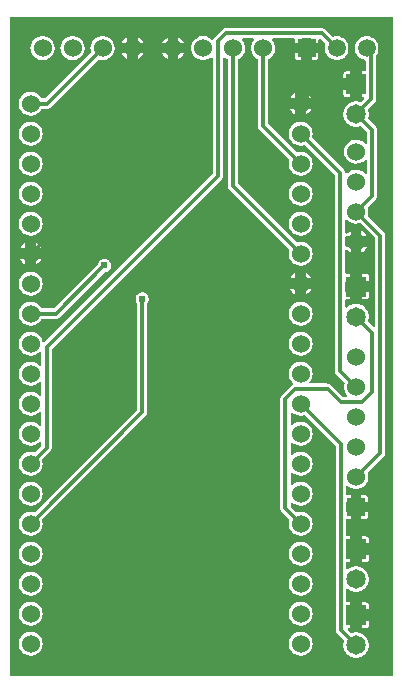
<source format=gtl>
G04 Layer: TopLayer*
G04 EasyEDA v6.5.22, 2023-01-05 13:27:54*
G04 3fff428916324e5da58f8526390e409d,db865e68f4bc4fd99aa1dd1697a786d6,10*
G04 Gerber Generator version 0.2*
G04 Scale: 100 percent, Rotated: No, Reflected: No *
G04 Dimensions in millimeters *
G04 leading zeros omitted , absolute positions ,4 integer and 5 decimal *
%FSLAX45Y45*%
%MOMM*%

%ADD10C,0.3500*%
%ADD11C,1.5240*%
%ADD12R,1.5000X1.5000*%
%ADD13C,1.5000*%
%ADD14R,1.6510X1.6510*%
%ADD15C,1.6510*%
%ADD16R,1.5240X1.5240*%
%ADD17C,0.6100*%
%ADD18C,0.0153*%

%LPD*%
G36*
X582168Y1283208D02*
G01*
X578256Y1283970D01*
X575005Y1286205D01*
X572770Y1289456D01*
X572008Y1293368D01*
X572008Y6860031D01*
X572770Y6863943D01*
X575005Y6867194D01*
X578256Y6869430D01*
X582168Y6870192D01*
X3812032Y6870192D01*
X3815892Y6869430D01*
X3819194Y6867194D01*
X3821429Y6863943D01*
X3822192Y6860031D01*
X3822192Y1293368D01*
X3821429Y1289456D01*
X3819194Y1286205D01*
X3815892Y1283970D01*
X3812032Y1283208D01*
G37*

%LPC*%
G36*
X3505200Y1440942D02*
G01*
X3519373Y1441907D01*
X3533241Y1444650D01*
X3546703Y1449222D01*
X3559403Y1455470D01*
X3571189Y1463395D01*
X3581857Y1472742D01*
X3591204Y1483410D01*
X3599129Y1495196D01*
X3605377Y1507896D01*
X3609949Y1521358D01*
X3612692Y1535226D01*
X3613658Y1549400D01*
X3612692Y1563573D01*
X3609949Y1577441D01*
X3605377Y1590903D01*
X3599129Y1603603D01*
X3591204Y1615389D01*
X3581857Y1626057D01*
X3571189Y1635404D01*
X3559403Y1643329D01*
X3546703Y1649577D01*
X3533241Y1654149D01*
X3519373Y1656892D01*
X3505200Y1657857D01*
X3491026Y1656892D01*
X3477158Y1654149D01*
X3471722Y1652320D01*
X3468014Y1651762D01*
X3464356Y1652625D01*
X3461258Y1654759D01*
X3438398Y1677619D01*
X3436213Y1680870D01*
X3435400Y1684782D01*
X3436213Y1688693D01*
X3438398Y1691944D01*
X3441700Y1694180D01*
X3445560Y1694942D01*
X3457600Y1694942D01*
X3457600Y1755749D01*
X3430015Y1755749D01*
X3426104Y1756562D01*
X3422853Y1758746D01*
X3420618Y1762048D01*
X3419856Y1765909D01*
X3419856Y1840839D01*
X3420618Y1844751D01*
X3422853Y1848053D01*
X3426104Y1850237D01*
X3430015Y1850999D01*
X3457600Y1850999D01*
X3457600Y1911857D01*
X3430015Y1911857D01*
X3426104Y1912620D01*
X3422853Y1914855D01*
X3420618Y1918106D01*
X3419856Y1922018D01*
X3419856Y2016709D01*
X3420567Y2020468D01*
X3422700Y2023719D01*
X3425799Y2025954D01*
X3429558Y2026869D01*
X3433368Y2026310D01*
X3436721Y2024329D01*
X3439210Y2022195D01*
X3450996Y2014270D01*
X3463696Y2008022D01*
X3477158Y2003450D01*
X3491026Y2000707D01*
X3505200Y1999742D01*
X3519373Y2000707D01*
X3533241Y2003450D01*
X3546703Y2008022D01*
X3559403Y2014270D01*
X3571189Y2022195D01*
X3581857Y2031542D01*
X3591204Y2042210D01*
X3599129Y2053996D01*
X3605377Y2066696D01*
X3609949Y2080158D01*
X3612692Y2094026D01*
X3613658Y2108200D01*
X3612692Y2122373D01*
X3609949Y2136241D01*
X3605377Y2149703D01*
X3599129Y2162403D01*
X3591204Y2174189D01*
X3581857Y2184857D01*
X3571189Y2194204D01*
X3559403Y2202129D01*
X3546703Y2208377D01*
X3533241Y2212949D01*
X3519373Y2215692D01*
X3505200Y2216658D01*
X3491026Y2215692D01*
X3477158Y2212949D01*
X3463696Y2208377D01*
X3450996Y2202129D01*
X3439210Y2194204D01*
X3436721Y2192070D01*
X3433368Y2190089D01*
X3429558Y2189530D01*
X3425799Y2190445D01*
X3422700Y2192680D01*
X3420567Y2195931D01*
X3419856Y2199690D01*
X3419856Y2243582D01*
X3420618Y2247493D01*
X3422853Y2250744D01*
X3426104Y2252980D01*
X3430015Y2253742D01*
X3457600Y2253742D01*
X3457600Y2314549D01*
X3430015Y2314549D01*
X3426104Y2315362D01*
X3422853Y2317546D01*
X3420618Y2320848D01*
X3419856Y2324709D01*
X3419856Y2399639D01*
X3420618Y2403551D01*
X3422853Y2406853D01*
X3426104Y2409037D01*
X3430015Y2409799D01*
X3457600Y2409799D01*
X3457600Y2470658D01*
X3430015Y2470658D01*
X3426104Y2471420D01*
X3422853Y2473655D01*
X3420618Y2476906D01*
X3419856Y2480818D01*
X3419856Y2605532D01*
X3420618Y2609443D01*
X3422853Y2612694D01*
X3426104Y2614930D01*
X3430015Y2615692D01*
X3460750Y2615692D01*
X3460750Y2673350D01*
X3430015Y2673350D01*
X3426104Y2674112D01*
X3422853Y2676347D01*
X3420618Y2679598D01*
X3419856Y2683510D01*
X3419856Y2752090D01*
X3420618Y2756001D01*
X3422853Y2759252D01*
X3426104Y2761488D01*
X3430015Y2762250D01*
X3460750Y2762250D01*
X3460750Y2819908D01*
X3430015Y2819908D01*
X3426104Y2820670D01*
X3422853Y2822905D01*
X3420618Y2826156D01*
X3419856Y2830068D01*
X3419856Y2888437D01*
X3420872Y2892856D01*
X3423665Y2896362D01*
X3427729Y2898343D01*
X3432251Y2898343D01*
X3436315Y2896412D01*
X3447440Y2887624D01*
X3459175Y2880664D01*
X3471722Y2875381D01*
X3484879Y2871774D01*
X3498392Y2869946D01*
X3512007Y2869946D01*
X3525520Y2871774D01*
X3538677Y2875381D01*
X3551224Y2880664D01*
X3562959Y2887624D01*
X3573678Y2896108D01*
X3583178Y2905912D01*
X3591255Y2916885D01*
X3597808Y2928823D01*
X3602685Y2941574D01*
X3605885Y2954832D01*
X3607206Y2968396D01*
X3606749Y2982010D01*
X3604514Y2995472D01*
X3602939Y3000502D01*
X3602532Y3004108D01*
X3603396Y3007664D01*
X3605479Y3010662D01*
X3742994Y3148228D01*
X3748024Y3154934D01*
X3751579Y3162096D01*
X3753764Y3169767D01*
X3754577Y3178200D01*
X3754526Y5015433D01*
X3753358Y5023662D01*
X3750818Y5031282D01*
X3746906Y5038242D01*
X3741521Y5044795D01*
X3605479Y5180838D01*
X3603447Y5183733D01*
X3602532Y5187137D01*
X3602837Y5190693D01*
X3605225Y5199380D01*
X3607054Y5212892D01*
X3607054Y5226507D01*
X3605225Y5240020D01*
X3602837Y5248706D01*
X3602532Y5252262D01*
X3603447Y5255666D01*
X3605479Y5258562D01*
X3672128Y5325313D01*
X3677158Y5331968D01*
X3680764Y5339130D01*
X3682949Y5346852D01*
X3683711Y5355285D01*
X3683660Y5911748D01*
X3682492Y5920028D01*
X3679951Y5927598D01*
X3676091Y5934608D01*
X3670655Y5941110D01*
X3610559Y6001258D01*
X3608425Y6004356D01*
X3607562Y6008014D01*
X3608120Y6011722D01*
X3609949Y6017158D01*
X3612692Y6031026D01*
X3613658Y6045200D01*
X3612692Y6059373D01*
X3609949Y6073241D01*
X3608120Y6078677D01*
X3607562Y6082385D01*
X3608425Y6086043D01*
X3610559Y6089142D01*
X3662273Y6140958D01*
X3667302Y6147612D01*
X3670909Y6154775D01*
X3673094Y6162497D01*
X3673856Y6170930D01*
X3673856Y6539179D01*
X3674313Y6542176D01*
X3675634Y6544919D01*
X3680917Y6552590D01*
X3686962Y6564630D01*
X3691382Y6577330D01*
X3694074Y6590538D01*
X3694988Y6604000D01*
X3694074Y6617462D01*
X3691382Y6630670D01*
X3686962Y6643370D01*
X3680917Y6655409D01*
X3673297Y6666534D01*
X3664254Y6676542D01*
X3653942Y6685229D01*
X3642563Y6692493D01*
X3630371Y6698132D01*
X3617468Y6702145D01*
X3604209Y6704380D01*
X3590747Y6704838D01*
X3577336Y6703466D01*
X3564229Y6700367D01*
X3551631Y6695490D01*
X3539794Y6689039D01*
X3528974Y6681063D01*
X3519271Y6671665D01*
X3510940Y6661099D01*
X3504082Y6649516D01*
X3498799Y6637070D01*
X3495243Y6624116D01*
X3493465Y6610756D01*
X3493465Y6597243D01*
X3495243Y6583883D01*
X3498799Y6570929D01*
X3504082Y6558483D01*
X3510940Y6546900D01*
X3519271Y6536334D01*
X3528974Y6526936D01*
X3539794Y6518960D01*
X3551631Y6512509D01*
X3564229Y6507632D01*
X3577894Y6504482D01*
X3581450Y6503416D01*
X3584397Y6501180D01*
X3586378Y6497980D01*
X3587038Y6494373D01*
X3587038Y6417818D01*
X3586276Y6413906D01*
X3584041Y6410655D01*
X3580790Y6408420D01*
X3576878Y6407658D01*
X3552850Y6407658D01*
X3552850Y6346799D01*
X3576878Y6346799D01*
X3580790Y6346037D01*
X3584041Y6343853D01*
X3586276Y6340551D01*
X3587038Y6336639D01*
X3587038Y6261709D01*
X3586276Y6257848D01*
X3584041Y6254546D01*
X3580790Y6252362D01*
X3576878Y6251549D01*
X3552850Y6251549D01*
X3552850Y6190742D01*
X3564839Y6190742D01*
X3568700Y6189980D01*
X3572001Y6187744D01*
X3574186Y6184493D01*
X3574999Y6180582D01*
X3574186Y6176670D01*
X3572001Y6173419D01*
X3549142Y6150559D01*
X3546043Y6148425D01*
X3542385Y6147562D01*
X3538677Y6148120D01*
X3533241Y6149949D01*
X3519373Y6152692D01*
X3505200Y6153658D01*
X3491026Y6152692D01*
X3477158Y6149949D01*
X3463696Y6145377D01*
X3450996Y6139129D01*
X3439210Y6131204D01*
X3428542Y6121857D01*
X3419195Y6111189D01*
X3411270Y6099403D01*
X3405022Y6086703D01*
X3400450Y6073241D01*
X3397707Y6059373D01*
X3396742Y6045200D01*
X3397707Y6031026D01*
X3400450Y6017158D01*
X3405022Y6003696D01*
X3411270Y5990996D01*
X3419195Y5979210D01*
X3428542Y5968542D01*
X3439210Y5959195D01*
X3450996Y5951270D01*
X3463696Y5945022D01*
X3477158Y5940450D01*
X3491026Y5937707D01*
X3505200Y5936742D01*
X3519373Y5937707D01*
X3533241Y5940450D01*
X3538677Y5942279D01*
X3542385Y5942838D01*
X3546043Y5941974D01*
X3549142Y5939840D01*
X3593896Y5895086D01*
X3596132Y5891784D01*
X3596894Y5887923D01*
X3596894Y5804662D01*
X3596132Y5800801D01*
X3593947Y5797550D01*
X3590696Y5795314D01*
X3586835Y5794502D01*
X3582974Y5795264D01*
X3579672Y5797397D01*
X3571087Y5805678D01*
X3560114Y5813755D01*
X3548176Y5820308D01*
X3535426Y5825185D01*
X3522167Y5828385D01*
X3508603Y5829706D01*
X3494989Y5829249D01*
X3481527Y5827014D01*
X3468522Y5822950D01*
X3456127Y5817209D01*
X3444646Y5809894D01*
X3434232Y5801106D01*
X3425088Y5790946D01*
X3417366Y5779719D01*
X3411220Y5767578D01*
X3406749Y5754674D01*
X3404006Y5741314D01*
X3403092Y5727700D01*
X3404006Y5714085D01*
X3406749Y5700725D01*
X3411220Y5687822D01*
X3417366Y5675680D01*
X3425088Y5664454D01*
X3434232Y5654294D01*
X3444646Y5645505D01*
X3456127Y5638190D01*
X3468522Y5632450D01*
X3481527Y5628386D01*
X3494989Y5626150D01*
X3508603Y5625693D01*
X3522167Y5627014D01*
X3535426Y5630214D01*
X3548176Y5635091D01*
X3560114Y5641644D01*
X3571087Y5649722D01*
X3579672Y5658002D01*
X3582974Y5660136D01*
X3586835Y5660898D01*
X3590696Y5660085D01*
X3593947Y5657850D01*
X3596132Y5654598D01*
X3596894Y5650738D01*
X3596894Y5550662D01*
X3596132Y5546801D01*
X3593947Y5543550D01*
X3590696Y5541314D01*
X3586835Y5540502D01*
X3582974Y5541264D01*
X3579672Y5543397D01*
X3571087Y5551678D01*
X3560114Y5559755D01*
X3548176Y5566308D01*
X3535426Y5571185D01*
X3522167Y5574385D01*
X3508603Y5575706D01*
X3494989Y5575249D01*
X3481527Y5573014D01*
X3468522Y5568950D01*
X3456127Y5563209D01*
X3444646Y5555894D01*
X3434232Y5547106D01*
X3430828Y5543296D01*
X3427780Y5541010D01*
X3424072Y5539994D01*
X3420313Y5540400D01*
X3416909Y5542178D01*
X3414471Y5545124D01*
X3413201Y5548731D01*
X3412286Y5555234D01*
X3409746Y5562803D01*
X3405886Y5569813D01*
X3400450Y5576316D01*
X3135680Y5841136D01*
X3133547Y5844235D01*
X3132683Y5847943D01*
X3136493Y5866485D01*
X3137408Y5880100D01*
X3136493Y5893714D01*
X3133750Y5907074D01*
X3129280Y5919978D01*
X3123133Y5932119D01*
X3115411Y5943346D01*
X3106267Y5953506D01*
X3095853Y5962294D01*
X3084372Y5969609D01*
X3071977Y5975350D01*
X3058972Y5979414D01*
X3045510Y5981649D01*
X3031896Y5982106D01*
X3018332Y5980785D01*
X3005074Y5977585D01*
X2992323Y5972708D01*
X2980385Y5966155D01*
X2969412Y5958078D01*
X2959608Y5948578D01*
X2951124Y5937859D01*
X2944164Y5926124D01*
X2938881Y5913577D01*
X2935274Y5900420D01*
X2933446Y5886907D01*
X2933446Y5873292D01*
X2935274Y5859780D01*
X2938881Y5846622D01*
X2944164Y5834075D01*
X2951124Y5822340D01*
X2959608Y5811621D01*
X2969412Y5802122D01*
X2980385Y5794044D01*
X2992323Y5787491D01*
X3005074Y5782614D01*
X3018332Y5779414D01*
X3031896Y5778093D01*
X3045510Y5778550D01*
X3058972Y5780786D01*
X3064002Y5782360D01*
X3067608Y5782767D01*
X3071164Y5781903D01*
X3074162Y5779820D01*
X3323691Y5530291D01*
X3325926Y5526989D01*
X3326688Y5523128D01*
X3326739Y3867251D01*
X3327908Y3858971D01*
X3330448Y3851401D01*
X3334308Y3844391D01*
X3339744Y3837889D01*
X3404920Y3772662D01*
X3407003Y3769664D01*
X3407867Y3766108D01*
X3407460Y3762501D01*
X3405886Y3757472D01*
X3403650Y3744010D01*
X3403193Y3730396D01*
X3404514Y3716832D01*
X3407714Y3703574D01*
X3412591Y3690823D01*
X3419144Y3678885D01*
X3427679Y3667455D01*
X3429812Y3664102D01*
X3430524Y3660241D01*
X3429762Y3656380D01*
X3427526Y3653129D01*
X3424224Y3650996D01*
X3420364Y3650183D01*
X3400298Y3650183D01*
X3396386Y3650996D01*
X3393084Y3653180D01*
X3293313Y3752951D01*
X3286607Y3757980D01*
X3279444Y3761536D01*
X3271774Y3763721D01*
X3263341Y3764483D01*
X3119932Y3764483D01*
X3116122Y3765245D01*
X3112871Y3767378D01*
X3110636Y3770528D01*
X3109772Y3774338D01*
X3110382Y3778148D01*
X3112363Y3781501D01*
X3115411Y3784854D01*
X3123133Y3796080D01*
X3129280Y3808222D01*
X3133750Y3821125D01*
X3136493Y3834485D01*
X3137408Y3848100D01*
X3136493Y3861714D01*
X3133750Y3875074D01*
X3129280Y3887978D01*
X3123133Y3900119D01*
X3115411Y3911346D01*
X3106267Y3921506D01*
X3095853Y3930294D01*
X3084372Y3937609D01*
X3071977Y3943350D01*
X3058972Y3947414D01*
X3045510Y3949649D01*
X3031896Y3950106D01*
X3018332Y3948785D01*
X3005074Y3945585D01*
X2992323Y3940708D01*
X2980385Y3934155D01*
X2969412Y3926078D01*
X2959608Y3916578D01*
X2951124Y3905859D01*
X2944164Y3894124D01*
X2938881Y3881577D01*
X2935274Y3868420D01*
X2933446Y3854907D01*
X2933446Y3841292D01*
X2935274Y3827779D01*
X2938881Y3814622D01*
X2944164Y3802075D01*
X2951124Y3790340D01*
X2959608Y3779621D01*
X2967990Y3771493D01*
X2970377Y3767937D01*
X2971088Y3763772D01*
X2970072Y3759657D01*
X2967431Y3756355D01*
X2961538Y3751478D01*
X2875381Y3665220D01*
X2870352Y3658565D01*
X2866796Y3651402D01*
X2864561Y3643680D01*
X2863799Y3635248D01*
X2863850Y2704541D01*
X2865018Y2696260D01*
X2867558Y2688691D01*
X2871419Y2681681D01*
X2876854Y2675178D01*
X2935020Y2616962D01*
X2937052Y2614066D01*
X2937967Y2610662D01*
X2937662Y2607106D01*
X2935274Y2598420D01*
X2933446Y2584907D01*
X2933446Y2571292D01*
X2935274Y2557780D01*
X2938881Y2544622D01*
X2944164Y2532075D01*
X2951124Y2520340D01*
X2959608Y2509621D01*
X2969412Y2500122D01*
X2980385Y2492044D01*
X2992323Y2485491D01*
X3005074Y2480614D01*
X3018332Y2477414D01*
X3031896Y2476093D01*
X3045510Y2476550D01*
X3058972Y2478786D01*
X3071977Y2482850D01*
X3084372Y2488590D01*
X3095853Y2495905D01*
X3106267Y2504694D01*
X3115411Y2514854D01*
X3123133Y2526080D01*
X3129280Y2538222D01*
X3133750Y2551125D01*
X3136493Y2564485D01*
X3137408Y2578100D01*
X3136493Y2591714D01*
X3133750Y2605074D01*
X3129280Y2617978D01*
X3123133Y2630119D01*
X3115411Y2641346D01*
X3106267Y2651506D01*
X3095853Y2660294D01*
X3084372Y2667609D01*
X3071977Y2673350D01*
X3058972Y2677414D01*
X3045510Y2679649D01*
X3031896Y2680106D01*
X3018332Y2678785D01*
X3005836Y2675788D01*
X3002432Y2675585D01*
X2999130Y2676499D01*
X2996285Y2678480D01*
X2953613Y2721203D01*
X2951378Y2724505D01*
X2950616Y2728366D01*
X2950616Y2748330D01*
X2951378Y2752191D01*
X2953562Y2755493D01*
X2956814Y2757678D01*
X2960674Y2758490D01*
X2964535Y2757779D01*
X2967837Y2755646D01*
X2969412Y2754122D01*
X2980385Y2746044D01*
X2992323Y2739491D01*
X3005074Y2734614D01*
X3018332Y2731414D01*
X3031896Y2730093D01*
X3045510Y2730550D01*
X3058972Y2732786D01*
X3071977Y2736850D01*
X3084372Y2742590D01*
X3095853Y2749905D01*
X3106267Y2758694D01*
X3115411Y2768854D01*
X3123133Y2780080D01*
X3129280Y2792222D01*
X3133750Y2805125D01*
X3136493Y2818485D01*
X3137408Y2832100D01*
X3136493Y2845714D01*
X3133750Y2859074D01*
X3129280Y2871978D01*
X3123133Y2884119D01*
X3115411Y2895346D01*
X3106267Y2905506D01*
X3095853Y2914294D01*
X3084372Y2921609D01*
X3071977Y2927350D01*
X3058972Y2931414D01*
X3045510Y2933649D01*
X3031896Y2934106D01*
X3018332Y2932785D01*
X3005074Y2929585D01*
X2992323Y2924708D01*
X2980385Y2918155D01*
X2969412Y2910078D01*
X2967837Y2908554D01*
X2964535Y2906420D01*
X2960674Y2905709D01*
X2956814Y2906522D01*
X2953562Y2908706D01*
X2951378Y2912008D01*
X2950616Y2915869D01*
X2950616Y3002330D01*
X2951378Y3006191D01*
X2953562Y3009493D01*
X2956814Y3011678D01*
X2960674Y3012490D01*
X2964535Y3011779D01*
X2967837Y3009646D01*
X2969412Y3008122D01*
X2980385Y3000044D01*
X2992323Y2993491D01*
X3005074Y2988614D01*
X3018332Y2985414D01*
X3031896Y2984093D01*
X3045510Y2984550D01*
X3058972Y2986786D01*
X3071977Y2990850D01*
X3084372Y2996590D01*
X3095853Y3003905D01*
X3106267Y3012694D01*
X3115411Y3022854D01*
X3123133Y3034080D01*
X3129280Y3046222D01*
X3133750Y3059125D01*
X3136493Y3072485D01*
X3137408Y3086100D01*
X3136493Y3099714D01*
X3133750Y3113074D01*
X3129280Y3125978D01*
X3123133Y3138119D01*
X3115411Y3149346D01*
X3106267Y3159506D01*
X3095853Y3168294D01*
X3084372Y3175609D01*
X3071977Y3181350D01*
X3058972Y3185414D01*
X3045510Y3187649D01*
X3031896Y3188106D01*
X3018332Y3186785D01*
X3005074Y3183585D01*
X2992323Y3178708D01*
X2980385Y3172155D01*
X2969412Y3164078D01*
X2967837Y3162554D01*
X2964535Y3160420D01*
X2960674Y3159709D01*
X2956814Y3160522D01*
X2953562Y3162706D01*
X2951378Y3166008D01*
X2950616Y3169869D01*
X2950616Y3256330D01*
X2951378Y3260191D01*
X2953562Y3263493D01*
X2956814Y3265678D01*
X2960674Y3266490D01*
X2964535Y3265779D01*
X2967837Y3263646D01*
X2969412Y3262122D01*
X2980385Y3254044D01*
X2992323Y3247491D01*
X3005074Y3242614D01*
X3018332Y3239414D01*
X3031896Y3238093D01*
X3045510Y3238550D01*
X3058972Y3240786D01*
X3071977Y3244850D01*
X3084372Y3250590D01*
X3095853Y3257905D01*
X3106267Y3266694D01*
X3115411Y3276854D01*
X3123133Y3288080D01*
X3129280Y3300222D01*
X3133750Y3313125D01*
X3136493Y3326485D01*
X3137408Y3340100D01*
X3136493Y3353714D01*
X3133750Y3367074D01*
X3129280Y3379978D01*
X3123133Y3392119D01*
X3115411Y3403346D01*
X3106267Y3413506D01*
X3095853Y3422294D01*
X3084372Y3429609D01*
X3071977Y3435350D01*
X3058972Y3439414D01*
X3045510Y3441649D01*
X3031896Y3442106D01*
X3018332Y3440785D01*
X3005074Y3437585D01*
X2992323Y3432708D01*
X2980385Y3426155D01*
X2969412Y3418078D01*
X2967837Y3416554D01*
X2964535Y3414420D01*
X2960674Y3413709D01*
X2956814Y3414522D01*
X2953562Y3416706D01*
X2951378Y3420008D01*
X2950616Y3423869D01*
X2950616Y3510330D01*
X2951378Y3514191D01*
X2953562Y3517493D01*
X2956814Y3519678D01*
X2960674Y3520490D01*
X2964535Y3519779D01*
X2967837Y3517646D01*
X2969412Y3516122D01*
X2980385Y3508044D01*
X2992323Y3501491D01*
X3005074Y3496614D01*
X3018332Y3493414D01*
X3031896Y3492093D01*
X3045510Y3492550D01*
X3058972Y3494786D01*
X3064002Y3496360D01*
X3067608Y3496767D01*
X3071164Y3495903D01*
X3074162Y3493820D01*
X3330041Y3237941D01*
X3332276Y3234639D01*
X3333038Y3230778D01*
X3333089Y1676501D01*
X3334258Y1668221D01*
X3336798Y1660652D01*
X3340658Y1653641D01*
X3346094Y1647139D01*
X3399840Y1593342D01*
X3401974Y1590243D01*
X3402837Y1586585D01*
X3402279Y1582877D01*
X3400450Y1577441D01*
X3397707Y1563573D01*
X3396742Y1549400D01*
X3397707Y1535226D01*
X3400450Y1521358D01*
X3405022Y1507896D01*
X3411270Y1495196D01*
X3419195Y1483410D01*
X3428542Y1472742D01*
X3439210Y1463395D01*
X3450996Y1455470D01*
X3463696Y1449222D01*
X3477158Y1444650D01*
X3491026Y1441907D01*
G37*
G36*
X745896Y1460093D02*
G01*
X759510Y1460550D01*
X772972Y1462786D01*
X785977Y1466850D01*
X798372Y1472590D01*
X809853Y1479905D01*
X820267Y1488694D01*
X829411Y1498854D01*
X837133Y1510080D01*
X843280Y1522222D01*
X847750Y1535125D01*
X850493Y1548485D01*
X851408Y1562100D01*
X850493Y1575714D01*
X847750Y1589074D01*
X843280Y1601978D01*
X837133Y1614119D01*
X829411Y1625346D01*
X820267Y1635506D01*
X809853Y1644294D01*
X798372Y1651609D01*
X785977Y1657350D01*
X772972Y1661414D01*
X759510Y1663649D01*
X745896Y1664106D01*
X732332Y1662785D01*
X719074Y1659585D01*
X706323Y1654708D01*
X694385Y1648155D01*
X683412Y1640078D01*
X673608Y1630578D01*
X665124Y1619859D01*
X658164Y1608124D01*
X652881Y1595577D01*
X649274Y1582420D01*
X647446Y1568907D01*
X647446Y1555292D01*
X649274Y1541780D01*
X652881Y1528622D01*
X658164Y1516075D01*
X665124Y1504340D01*
X673608Y1493621D01*
X683412Y1484122D01*
X694385Y1476044D01*
X706323Y1469491D01*
X719074Y1464614D01*
X732332Y1461414D01*
G37*
G36*
X3031896Y1460093D02*
G01*
X3045510Y1460550D01*
X3058972Y1462786D01*
X3071977Y1466850D01*
X3084372Y1472590D01*
X3095853Y1479905D01*
X3106267Y1488694D01*
X3115411Y1498854D01*
X3123133Y1510080D01*
X3129280Y1522222D01*
X3133750Y1535125D01*
X3136493Y1548485D01*
X3137408Y1562100D01*
X3136493Y1575714D01*
X3133750Y1589074D01*
X3129280Y1601978D01*
X3123133Y1614119D01*
X3115411Y1625346D01*
X3106267Y1635506D01*
X3095853Y1644294D01*
X3084372Y1651609D01*
X3071977Y1657350D01*
X3058972Y1661414D01*
X3045510Y1663649D01*
X3031896Y1664106D01*
X3018332Y1662785D01*
X3005074Y1659585D01*
X2992323Y1654708D01*
X2980385Y1648155D01*
X2969412Y1640078D01*
X2959608Y1630578D01*
X2951124Y1619859D01*
X2944164Y1608124D01*
X2938881Y1595577D01*
X2935274Y1582420D01*
X2933446Y1568907D01*
X2933446Y1555292D01*
X2935274Y1541780D01*
X2938881Y1528622D01*
X2944164Y1516075D01*
X2951124Y1504340D01*
X2959608Y1493621D01*
X2969412Y1484122D01*
X2980385Y1476044D01*
X2992323Y1469491D01*
X3005074Y1464614D01*
X3018332Y1461414D01*
G37*
G36*
X3552850Y1694942D02*
G01*
X3587191Y1694942D01*
X3593490Y1695653D01*
X3598976Y1697583D01*
X3603853Y1700631D01*
X3607968Y1704746D01*
X3611016Y1709623D01*
X3612946Y1715109D01*
X3613658Y1721408D01*
X3613658Y1755749D01*
X3552850Y1755749D01*
G37*
G36*
X745896Y1714093D02*
G01*
X759510Y1714550D01*
X772972Y1716786D01*
X785977Y1720850D01*
X798372Y1726590D01*
X809853Y1733905D01*
X820267Y1742693D01*
X829411Y1752854D01*
X837133Y1764080D01*
X843280Y1776222D01*
X847750Y1789125D01*
X850493Y1802485D01*
X851408Y1816100D01*
X850493Y1829714D01*
X847750Y1843074D01*
X843280Y1855978D01*
X837133Y1868119D01*
X829411Y1879346D01*
X820267Y1889506D01*
X809853Y1898294D01*
X798372Y1905609D01*
X785977Y1911350D01*
X772972Y1915414D01*
X759510Y1917649D01*
X745896Y1918106D01*
X732332Y1916785D01*
X719074Y1913585D01*
X706323Y1908708D01*
X694385Y1902155D01*
X683412Y1894078D01*
X673608Y1884578D01*
X665124Y1873859D01*
X658164Y1862124D01*
X652881Y1849577D01*
X649274Y1836420D01*
X647446Y1822907D01*
X647446Y1809292D01*
X649274Y1795780D01*
X652881Y1782622D01*
X658164Y1770075D01*
X665124Y1758340D01*
X673608Y1747621D01*
X683412Y1738122D01*
X694385Y1730044D01*
X706323Y1723491D01*
X719074Y1718614D01*
X732332Y1715414D01*
G37*
G36*
X3031896Y1714093D02*
G01*
X3045510Y1714550D01*
X3058972Y1716786D01*
X3071977Y1720850D01*
X3084372Y1726590D01*
X3095853Y1733905D01*
X3106267Y1742693D01*
X3115411Y1752854D01*
X3123133Y1764080D01*
X3129280Y1776222D01*
X3133750Y1789125D01*
X3136493Y1802485D01*
X3137408Y1816100D01*
X3136493Y1829714D01*
X3133750Y1843074D01*
X3129280Y1855978D01*
X3123133Y1868119D01*
X3115411Y1879346D01*
X3106267Y1889506D01*
X3095853Y1898294D01*
X3084372Y1905609D01*
X3071977Y1911350D01*
X3058972Y1915414D01*
X3045510Y1917649D01*
X3031896Y1918106D01*
X3018332Y1916785D01*
X3005074Y1913585D01*
X2992323Y1908708D01*
X2980385Y1902155D01*
X2969412Y1894078D01*
X2959608Y1884578D01*
X2951124Y1873859D01*
X2944164Y1862124D01*
X2938881Y1849577D01*
X2935274Y1836420D01*
X2933446Y1822907D01*
X2933446Y1809292D01*
X2935274Y1795780D01*
X2938881Y1782622D01*
X2944164Y1770075D01*
X2951124Y1758340D01*
X2959608Y1747621D01*
X2969412Y1738122D01*
X2980385Y1730044D01*
X2992323Y1723491D01*
X3005074Y1718614D01*
X3018332Y1715414D01*
G37*
G36*
X3552850Y1850999D02*
G01*
X3613658Y1850999D01*
X3613658Y1885391D01*
X3612946Y1891690D01*
X3611016Y1897176D01*
X3607968Y1902053D01*
X3603853Y1906168D01*
X3598976Y1909216D01*
X3593490Y1911146D01*
X3587191Y1911857D01*
X3552850Y1911857D01*
G37*
G36*
X745896Y1968093D02*
G01*
X759510Y1968550D01*
X772972Y1970786D01*
X785977Y1974850D01*
X798372Y1980590D01*
X809853Y1987905D01*
X820267Y1996693D01*
X829411Y2006854D01*
X837133Y2018080D01*
X843280Y2030222D01*
X847750Y2043125D01*
X850493Y2056485D01*
X851408Y2070100D01*
X850493Y2083714D01*
X847750Y2097074D01*
X843280Y2109978D01*
X837133Y2122119D01*
X829411Y2133346D01*
X820267Y2143506D01*
X809853Y2152294D01*
X798372Y2159609D01*
X785977Y2165350D01*
X772972Y2169414D01*
X759510Y2171649D01*
X745896Y2172106D01*
X732332Y2170785D01*
X719074Y2167585D01*
X706323Y2162708D01*
X694385Y2156155D01*
X683412Y2148078D01*
X673608Y2138578D01*
X665124Y2127859D01*
X658164Y2116124D01*
X652881Y2103577D01*
X649274Y2090420D01*
X647446Y2076907D01*
X647446Y2063292D01*
X649274Y2049780D01*
X652881Y2036622D01*
X658164Y2024075D01*
X665124Y2012340D01*
X673608Y2001621D01*
X683412Y1992122D01*
X694385Y1984044D01*
X706323Y1977491D01*
X719074Y1972614D01*
X732332Y1969414D01*
G37*
G36*
X3031896Y1968093D02*
G01*
X3045510Y1968550D01*
X3058972Y1970786D01*
X3071977Y1974850D01*
X3084372Y1980590D01*
X3095853Y1987905D01*
X3106267Y1996693D01*
X3115411Y2006854D01*
X3123133Y2018080D01*
X3129280Y2030222D01*
X3133750Y2043125D01*
X3136493Y2056485D01*
X3137408Y2070100D01*
X3136493Y2083714D01*
X3133750Y2097074D01*
X3129280Y2109978D01*
X3123133Y2122119D01*
X3115411Y2133346D01*
X3106267Y2143506D01*
X3095853Y2152294D01*
X3084372Y2159609D01*
X3071977Y2165350D01*
X3058972Y2169414D01*
X3045510Y2171649D01*
X3031896Y2172106D01*
X3018332Y2170785D01*
X3005074Y2167585D01*
X2992323Y2162708D01*
X2980385Y2156155D01*
X2969412Y2148078D01*
X2959608Y2138578D01*
X2951124Y2127859D01*
X2944164Y2116124D01*
X2938881Y2103577D01*
X2935274Y2090420D01*
X2933446Y2076907D01*
X2933446Y2063292D01*
X2935274Y2049780D01*
X2938881Y2036622D01*
X2944164Y2024075D01*
X2951124Y2012340D01*
X2959608Y2001621D01*
X2969412Y1992122D01*
X2980385Y1984044D01*
X2992323Y1977491D01*
X3005074Y1972614D01*
X3018332Y1969414D01*
G37*
G36*
X745896Y2222093D02*
G01*
X759510Y2222550D01*
X772972Y2224786D01*
X785977Y2228850D01*
X798372Y2234590D01*
X809853Y2241905D01*
X820267Y2250694D01*
X829411Y2260854D01*
X837133Y2272080D01*
X843280Y2284222D01*
X847750Y2297125D01*
X850493Y2310485D01*
X851408Y2324100D01*
X850493Y2337714D01*
X847750Y2351074D01*
X843280Y2363978D01*
X837133Y2376119D01*
X829411Y2387346D01*
X820267Y2397506D01*
X809853Y2406294D01*
X798372Y2413609D01*
X785977Y2419350D01*
X772972Y2423414D01*
X759510Y2425649D01*
X745896Y2426106D01*
X732332Y2424785D01*
X719074Y2421585D01*
X706323Y2416708D01*
X694385Y2410155D01*
X683412Y2402078D01*
X673608Y2392578D01*
X665124Y2381859D01*
X658164Y2370124D01*
X652881Y2357577D01*
X649274Y2344420D01*
X647446Y2330907D01*
X647446Y2317292D01*
X649274Y2303780D01*
X652881Y2290622D01*
X658164Y2278075D01*
X665124Y2266340D01*
X673608Y2255621D01*
X683412Y2246122D01*
X694385Y2238044D01*
X706323Y2231491D01*
X719074Y2226614D01*
X732332Y2223414D01*
G37*
G36*
X3031896Y2222093D02*
G01*
X3045510Y2222550D01*
X3058972Y2224786D01*
X3071977Y2228850D01*
X3084372Y2234590D01*
X3095853Y2241905D01*
X3106267Y2250694D01*
X3115411Y2260854D01*
X3123133Y2272080D01*
X3129280Y2284222D01*
X3133750Y2297125D01*
X3136493Y2310485D01*
X3137408Y2324100D01*
X3136493Y2337714D01*
X3133750Y2351074D01*
X3129280Y2363978D01*
X3123133Y2376119D01*
X3115411Y2387346D01*
X3106267Y2397506D01*
X3095853Y2406294D01*
X3084372Y2413609D01*
X3071977Y2419350D01*
X3058972Y2423414D01*
X3045510Y2425649D01*
X3031896Y2426106D01*
X3018332Y2424785D01*
X3005074Y2421585D01*
X2992323Y2416708D01*
X2980385Y2410155D01*
X2969412Y2402078D01*
X2959608Y2392578D01*
X2951124Y2381859D01*
X2944164Y2370124D01*
X2938881Y2357577D01*
X2935274Y2344420D01*
X2933446Y2330907D01*
X2933446Y2317292D01*
X2935274Y2303780D01*
X2938881Y2290622D01*
X2944164Y2278075D01*
X2951124Y2266340D01*
X2959608Y2255621D01*
X2969412Y2246122D01*
X2980385Y2238044D01*
X2992323Y2231491D01*
X3005074Y2226614D01*
X3018332Y2223414D01*
G37*
G36*
X3552850Y2253742D02*
G01*
X3587191Y2253742D01*
X3593490Y2254453D01*
X3598976Y2256383D01*
X3603853Y2259431D01*
X3607968Y2263546D01*
X3611016Y2268423D01*
X3612946Y2273909D01*
X3613658Y2280208D01*
X3613658Y2314549D01*
X3552850Y2314549D01*
G37*
G36*
X3552850Y2409799D02*
G01*
X3613658Y2409799D01*
X3613658Y2444191D01*
X3612946Y2450490D01*
X3611016Y2455976D01*
X3607968Y2460853D01*
X3603853Y2464968D01*
X3598976Y2468016D01*
X3593490Y2469946D01*
X3587191Y2470658D01*
X3552850Y2470658D01*
G37*
G36*
X745896Y2476093D02*
G01*
X759510Y2476550D01*
X772972Y2478786D01*
X785977Y2482850D01*
X798372Y2488590D01*
X809853Y2495905D01*
X820267Y2504694D01*
X829411Y2514854D01*
X837133Y2526080D01*
X843280Y2538222D01*
X847750Y2551125D01*
X850493Y2564485D01*
X851408Y2578100D01*
X850493Y2591714D01*
X846683Y2610256D01*
X847547Y2613964D01*
X849680Y2617063D01*
X1726844Y3494278D01*
X1731873Y3500983D01*
X1735429Y3508146D01*
X1737614Y3515817D01*
X1738426Y3524250D01*
X1738426Y4442002D01*
X1738884Y4445050D01*
X1740255Y4447844D01*
X1743811Y4452924D01*
X1747977Y4461814D01*
X1750517Y4471314D01*
X1751380Y4481118D01*
X1750517Y4490923D01*
X1747977Y4500422D01*
X1743811Y4509312D01*
X1738172Y4517339D01*
X1731213Y4524298D01*
X1723186Y4529937D01*
X1714296Y4534103D01*
X1704797Y4536643D01*
X1694992Y4537506D01*
X1685188Y4536643D01*
X1675688Y4534103D01*
X1666798Y4529937D01*
X1658772Y4524298D01*
X1651812Y4517339D01*
X1646174Y4509312D01*
X1642008Y4500422D01*
X1639468Y4490923D01*
X1638604Y4481118D01*
X1639468Y4471314D01*
X1642008Y4461814D01*
X1646174Y4452924D01*
X1649730Y4447844D01*
X1651101Y4445050D01*
X1651609Y4442002D01*
X1651609Y3545992D01*
X1650796Y3542080D01*
X1648612Y3538778D01*
X788162Y2678379D01*
X785164Y2676296D01*
X781608Y2675432D01*
X778002Y2675839D01*
X772972Y2677414D01*
X759510Y2679649D01*
X745896Y2680106D01*
X732332Y2678785D01*
X719074Y2675585D01*
X706323Y2670708D01*
X694385Y2664155D01*
X683412Y2656078D01*
X673608Y2646578D01*
X665124Y2635859D01*
X658164Y2624124D01*
X652881Y2611577D01*
X649274Y2598420D01*
X647446Y2584907D01*
X647446Y2571292D01*
X649274Y2557780D01*
X652881Y2544622D01*
X658164Y2532075D01*
X665124Y2520340D01*
X673608Y2509621D01*
X683412Y2500122D01*
X694385Y2492044D01*
X706323Y2485491D01*
X719074Y2480614D01*
X732332Y2477414D01*
G37*
G36*
X3549650Y2615692D02*
G01*
X3580841Y2615692D01*
X3587140Y2616403D01*
X3592626Y2618333D01*
X3597503Y2621381D01*
X3601618Y2625496D01*
X3604666Y2630373D01*
X3606596Y2635859D01*
X3607308Y2642158D01*
X3607308Y2673350D01*
X3549650Y2673350D01*
G37*
G36*
X745896Y2730093D02*
G01*
X759510Y2730550D01*
X772972Y2732786D01*
X785977Y2736850D01*
X798372Y2742590D01*
X809853Y2749905D01*
X820267Y2758694D01*
X829411Y2768854D01*
X837133Y2780080D01*
X843280Y2792222D01*
X847750Y2805125D01*
X850493Y2818485D01*
X851408Y2832100D01*
X850493Y2845714D01*
X847750Y2859074D01*
X843280Y2871978D01*
X837133Y2884119D01*
X829411Y2895346D01*
X820267Y2905506D01*
X809853Y2914294D01*
X798372Y2921609D01*
X785977Y2927350D01*
X772972Y2931414D01*
X759510Y2933649D01*
X745896Y2934106D01*
X732332Y2932785D01*
X719074Y2929585D01*
X706323Y2924708D01*
X694385Y2918155D01*
X683412Y2910078D01*
X673608Y2900578D01*
X665124Y2889859D01*
X658164Y2878124D01*
X652881Y2865577D01*
X649274Y2852420D01*
X647446Y2838907D01*
X647446Y2825292D01*
X649274Y2811780D01*
X652881Y2798622D01*
X658164Y2786075D01*
X665124Y2774340D01*
X673608Y2763621D01*
X683412Y2754122D01*
X694385Y2746044D01*
X706323Y2739491D01*
X719074Y2734614D01*
X732332Y2731414D01*
G37*
G36*
X3549650Y2762250D02*
G01*
X3607308Y2762250D01*
X3607308Y2793441D01*
X3606596Y2799740D01*
X3604666Y2805226D01*
X3601618Y2810103D01*
X3597503Y2814218D01*
X3592626Y2817266D01*
X3587140Y2819196D01*
X3580841Y2819908D01*
X3549650Y2819908D01*
G37*
G36*
X745896Y2984093D02*
G01*
X759510Y2984550D01*
X772972Y2986786D01*
X785977Y2990850D01*
X798372Y2996590D01*
X809853Y3003905D01*
X820267Y3012694D01*
X829411Y3022854D01*
X837133Y3034080D01*
X843280Y3046222D01*
X847750Y3059125D01*
X850493Y3072485D01*
X851408Y3086100D01*
X850493Y3099714D01*
X846683Y3118256D01*
X847547Y3121964D01*
X849680Y3125063D01*
X916228Y3191713D01*
X921258Y3198368D01*
X924864Y3205530D01*
X927049Y3213252D01*
X927811Y3221685D01*
X927811Y4050029D01*
X928573Y4053890D01*
X930808Y4057192D01*
X2368651Y5495086D01*
X2373680Y5501792D01*
X2377236Y5508955D01*
X2379421Y5516626D01*
X2380234Y5525058D01*
X2380234Y6519265D01*
X2381199Y6523634D01*
X2384044Y6527190D01*
X2388057Y6529171D01*
X2392578Y6529171D01*
X2396642Y6527241D01*
X2406040Y6519824D01*
X2415387Y6514287D01*
X2418080Y6512001D01*
X2419807Y6508953D01*
X2420416Y6505549D01*
X2420416Y5433923D01*
X2421585Y5425694D01*
X2424125Y5418074D01*
X2428036Y5411114D01*
X2433421Y5404561D01*
X2935020Y4902962D01*
X2937052Y4900066D01*
X2937967Y4896662D01*
X2937662Y4893106D01*
X2935274Y4884420D01*
X2933446Y4870907D01*
X2933446Y4857292D01*
X2935274Y4843780D01*
X2938881Y4830622D01*
X2944164Y4818075D01*
X2951124Y4806340D01*
X2959608Y4795621D01*
X2969412Y4786122D01*
X2980385Y4778044D01*
X2992323Y4771491D01*
X3005074Y4766614D01*
X3018332Y4763414D01*
X3031896Y4762093D01*
X3045510Y4762550D01*
X3058972Y4764786D01*
X3071977Y4768850D01*
X3084372Y4774590D01*
X3095853Y4781905D01*
X3106267Y4790694D01*
X3115411Y4800854D01*
X3123133Y4812080D01*
X3129280Y4824222D01*
X3133750Y4837125D01*
X3136493Y4850485D01*
X3137408Y4864100D01*
X3136493Y4877714D01*
X3133750Y4891074D01*
X3129280Y4903978D01*
X3123133Y4916119D01*
X3115411Y4927346D01*
X3106267Y4937506D01*
X3095853Y4946294D01*
X3084372Y4953609D01*
X3071977Y4959350D01*
X3058972Y4963414D01*
X3045510Y4965649D01*
X3031896Y4966106D01*
X3018332Y4964785D01*
X3005836Y4961788D01*
X3002432Y4961585D01*
X2999130Y4962499D01*
X2996285Y4964480D01*
X2510180Y5450586D01*
X2507996Y5453888D01*
X2507234Y5457799D01*
X2507234Y6505549D01*
X2507792Y6508953D01*
X2509520Y6512001D01*
X2512212Y6514287D01*
X2521559Y6519824D01*
X2532278Y6528307D01*
X2541778Y6538112D01*
X2549855Y6549085D01*
X2556408Y6561023D01*
X2561285Y6573774D01*
X2564485Y6587032D01*
X2565806Y6600596D01*
X2565349Y6614210D01*
X2563114Y6627672D01*
X2559050Y6640677D01*
X2553309Y6653072D01*
X2545994Y6664553D01*
X2541270Y6670141D01*
X2539390Y6673494D01*
X2538882Y6677304D01*
X2539796Y6681012D01*
X2542032Y6684111D01*
X2545232Y6686143D01*
X2548991Y6686854D01*
X2632608Y6686854D01*
X2636367Y6686143D01*
X2639568Y6684111D01*
X2641803Y6681012D01*
X2642717Y6677304D01*
X2642209Y6673494D01*
X2640330Y6670141D01*
X2635605Y6664553D01*
X2628290Y6653072D01*
X2622550Y6640677D01*
X2618486Y6627672D01*
X2616250Y6614210D01*
X2615793Y6600596D01*
X2617114Y6587032D01*
X2620314Y6573774D01*
X2625191Y6561023D01*
X2631744Y6549085D01*
X2639822Y6538112D01*
X2649321Y6528307D01*
X2660040Y6519824D01*
X2669387Y6514287D01*
X2672080Y6512001D01*
X2673807Y6508953D01*
X2674416Y6505549D01*
X2674416Y5941923D01*
X2675585Y5933694D01*
X2678125Y5926074D01*
X2682036Y5919114D01*
X2687421Y5912561D01*
X2935020Y5664962D01*
X2937052Y5662066D01*
X2937967Y5658662D01*
X2937662Y5655106D01*
X2935274Y5646420D01*
X2933446Y5632907D01*
X2933446Y5619292D01*
X2935274Y5605780D01*
X2938881Y5592622D01*
X2944164Y5580075D01*
X2951124Y5568340D01*
X2959608Y5557621D01*
X2969412Y5548122D01*
X2980385Y5540044D01*
X2992323Y5533491D01*
X3005074Y5528614D01*
X3018332Y5525414D01*
X3031896Y5524093D01*
X3045510Y5524550D01*
X3058972Y5526786D01*
X3071977Y5530850D01*
X3084372Y5536590D01*
X3095853Y5543905D01*
X3106267Y5552694D01*
X3115411Y5562854D01*
X3123133Y5574080D01*
X3129280Y5586222D01*
X3133750Y5599125D01*
X3136493Y5612485D01*
X3137408Y5626100D01*
X3136493Y5639714D01*
X3133750Y5653074D01*
X3129280Y5665978D01*
X3123133Y5678119D01*
X3115411Y5689346D01*
X3106267Y5699506D01*
X3095853Y5708294D01*
X3084372Y5715609D01*
X3071977Y5721350D01*
X3058972Y5725414D01*
X3045510Y5727649D01*
X3031896Y5728106D01*
X3018332Y5726785D01*
X3005836Y5723788D01*
X3002432Y5723585D01*
X2999130Y5724499D01*
X2996285Y5726480D01*
X2764180Y5958586D01*
X2761996Y5961888D01*
X2761234Y5965799D01*
X2761234Y6505549D01*
X2761792Y6508953D01*
X2763520Y6512001D01*
X2766212Y6514287D01*
X2775559Y6519824D01*
X2786278Y6528307D01*
X2795778Y6538112D01*
X2803855Y6549085D01*
X2810408Y6561023D01*
X2815285Y6573774D01*
X2818485Y6587032D01*
X2819806Y6600596D01*
X2819349Y6614210D01*
X2817114Y6627672D01*
X2813050Y6640677D01*
X2807309Y6653072D01*
X2799994Y6664553D01*
X2795270Y6670141D01*
X2793390Y6673494D01*
X2792882Y6677304D01*
X2793796Y6681012D01*
X2796032Y6684111D01*
X2799232Y6686143D01*
X2802991Y6686854D01*
X2975051Y6686854D01*
X2978912Y6686092D01*
X2982214Y6683908D01*
X2984398Y6680606D01*
X2985211Y6676694D01*
X2985211Y6647840D01*
X3042259Y6647840D01*
X3042259Y6676694D01*
X3043021Y6680606D01*
X3045206Y6683908D01*
X3048508Y6686092D01*
X3052419Y6686854D01*
X3119780Y6686854D01*
X3123692Y6686092D01*
X3126994Y6683908D01*
X3129178Y6680606D01*
X3129940Y6676694D01*
X3129940Y6647840D01*
X3186988Y6647840D01*
X3186988Y6671157D01*
X3187801Y6675069D01*
X3189986Y6678371D01*
X3193288Y6680555D01*
X3197148Y6681317D01*
X3201060Y6680555D01*
X3204362Y6678371D01*
X3240786Y6641896D01*
X3242818Y6639001D01*
X3243732Y6635597D01*
X3243427Y6632041D01*
X3241243Y6624116D01*
X3239465Y6610756D01*
X3239465Y6597243D01*
X3241243Y6583883D01*
X3244799Y6570929D01*
X3250082Y6558483D01*
X3256940Y6546900D01*
X3265271Y6536334D01*
X3274974Y6526936D01*
X3285794Y6518960D01*
X3297631Y6512509D01*
X3310229Y6507632D01*
X3323336Y6504533D01*
X3336747Y6503162D01*
X3350209Y6503619D01*
X3363468Y6505854D01*
X3376371Y6509867D01*
X3388563Y6515506D01*
X3399942Y6522770D01*
X3410254Y6531457D01*
X3419297Y6541465D01*
X3426917Y6552590D01*
X3432962Y6564630D01*
X3437382Y6577330D01*
X3440074Y6590538D01*
X3440988Y6604000D01*
X3440074Y6617462D01*
X3437382Y6630670D01*
X3432962Y6643370D01*
X3426917Y6655409D01*
X3419297Y6666534D01*
X3410254Y6676542D01*
X3399942Y6685229D01*
X3388563Y6692493D01*
X3376371Y6698132D01*
X3363468Y6702145D01*
X3350209Y6704380D01*
X3336747Y6704838D01*
X3323336Y6703466D01*
X3311651Y6700672D01*
X3308197Y6700469D01*
X3304895Y6701434D01*
X3302101Y6703415D01*
X3243326Y6762140D01*
X3236620Y6767169D01*
X3229457Y6770725D01*
X3221786Y6772909D01*
X3213354Y6773672D01*
X2404922Y6773672D01*
X2396642Y6772503D01*
X2389073Y6769963D01*
X2382062Y6766052D01*
X2375560Y6760667D01*
X2304948Y6690004D01*
X2299919Y6683349D01*
X2297836Y6679133D01*
X2295601Y6676136D01*
X2292400Y6674154D01*
X2288743Y6673494D01*
X2285085Y6674154D01*
X2281936Y6676136D01*
X2273046Y6684111D01*
X2261819Y6691833D01*
X2249678Y6697980D01*
X2236774Y6702450D01*
X2223414Y6705193D01*
X2209800Y6706108D01*
X2196185Y6705193D01*
X2182825Y6702450D01*
X2169922Y6697980D01*
X2157780Y6691833D01*
X2146554Y6684111D01*
X2136394Y6674967D01*
X2127605Y6664553D01*
X2120290Y6653072D01*
X2114550Y6640677D01*
X2110486Y6627672D01*
X2108250Y6614210D01*
X2107793Y6600596D01*
X2109114Y6587032D01*
X2112314Y6573774D01*
X2117191Y6561023D01*
X2123744Y6549085D01*
X2131822Y6538112D01*
X2141321Y6528307D01*
X2152040Y6519824D01*
X2163775Y6512864D01*
X2176322Y6507581D01*
X2189480Y6503974D01*
X2202992Y6502146D01*
X2216607Y6502146D01*
X2230120Y6503974D01*
X2243277Y6507581D01*
X2255824Y6512864D01*
X2267559Y6519824D01*
X2276957Y6527241D01*
X2281021Y6529171D01*
X2285542Y6529171D01*
X2289556Y6527190D01*
X2292400Y6523634D01*
X2293416Y6519265D01*
X2293416Y5546801D01*
X2292604Y5542889D01*
X2290419Y5539587D01*
X866546Y4115765D01*
X862888Y4113428D01*
X858570Y4112818D01*
X854456Y4114037D01*
X851153Y4116933D01*
X849426Y4120896D01*
X847750Y4129074D01*
X843280Y4141978D01*
X837133Y4154119D01*
X829411Y4165346D01*
X820267Y4175506D01*
X809853Y4184294D01*
X798372Y4191609D01*
X785977Y4197350D01*
X772972Y4201414D01*
X759510Y4203649D01*
X745896Y4204106D01*
X732332Y4202785D01*
X719074Y4199585D01*
X706323Y4194708D01*
X694385Y4188155D01*
X683412Y4180078D01*
X673608Y4170578D01*
X665124Y4159859D01*
X658164Y4148124D01*
X652881Y4135577D01*
X649274Y4122420D01*
X647446Y4108907D01*
X647446Y4095292D01*
X649274Y4081779D01*
X652881Y4068622D01*
X658164Y4056075D01*
X665124Y4044340D01*
X673608Y4033621D01*
X683412Y4024122D01*
X694385Y4016044D01*
X706323Y4009491D01*
X719074Y4004614D01*
X732332Y4001414D01*
X745896Y4000093D01*
X759510Y4000550D01*
X772972Y4002786D01*
X785977Y4006850D01*
X798372Y4012590D01*
X809853Y4019905D01*
X820267Y4028694D01*
X823315Y4032046D01*
X826566Y4034485D01*
X830478Y4035399D01*
X834491Y4034739D01*
X837895Y4032554D01*
X840181Y4029201D01*
X840994Y4025239D01*
X840994Y3924960D01*
X840181Y3920998D01*
X837895Y3917645D01*
X834491Y3915460D01*
X830478Y3914800D01*
X826566Y3915714D01*
X823315Y3918153D01*
X820267Y3921506D01*
X809853Y3930294D01*
X798372Y3937609D01*
X785977Y3943350D01*
X772972Y3947414D01*
X759510Y3949649D01*
X745896Y3950106D01*
X732332Y3948785D01*
X719074Y3945585D01*
X706323Y3940708D01*
X694385Y3934155D01*
X683412Y3926078D01*
X673608Y3916578D01*
X665124Y3905859D01*
X658164Y3894124D01*
X652881Y3881577D01*
X649274Y3868420D01*
X647446Y3854907D01*
X647446Y3841292D01*
X649274Y3827779D01*
X652881Y3814622D01*
X658164Y3802075D01*
X665124Y3790340D01*
X673608Y3779621D01*
X683412Y3770122D01*
X694385Y3762044D01*
X706323Y3755491D01*
X719074Y3750614D01*
X732332Y3747414D01*
X745896Y3746093D01*
X759510Y3746550D01*
X772972Y3748786D01*
X785977Y3752850D01*
X798372Y3758590D01*
X809853Y3765905D01*
X820267Y3774694D01*
X823315Y3778046D01*
X826566Y3780485D01*
X830478Y3781399D01*
X834491Y3780739D01*
X837895Y3778554D01*
X840181Y3775201D01*
X840994Y3771239D01*
X840994Y3670960D01*
X840181Y3666998D01*
X837895Y3663645D01*
X834491Y3661460D01*
X830478Y3660800D01*
X826566Y3661714D01*
X823315Y3664153D01*
X820267Y3667506D01*
X809853Y3676294D01*
X798372Y3683609D01*
X785977Y3689350D01*
X772972Y3693414D01*
X759510Y3695649D01*
X745896Y3696106D01*
X732332Y3694785D01*
X719074Y3691585D01*
X706323Y3686708D01*
X694385Y3680155D01*
X683412Y3672078D01*
X673608Y3662578D01*
X665124Y3651859D01*
X658164Y3640124D01*
X652881Y3627577D01*
X649274Y3614420D01*
X647446Y3600907D01*
X647446Y3587292D01*
X649274Y3573779D01*
X652881Y3560622D01*
X658164Y3548075D01*
X665124Y3536340D01*
X673608Y3525621D01*
X683412Y3516122D01*
X694385Y3508044D01*
X706323Y3501491D01*
X719074Y3496614D01*
X732332Y3493414D01*
X745896Y3492093D01*
X759510Y3492550D01*
X772972Y3494786D01*
X785977Y3498850D01*
X798372Y3504590D01*
X809853Y3511905D01*
X820267Y3520694D01*
X823315Y3524046D01*
X826566Y3526485D01*
X830478Y3527399D01*
X834491Y3526739D01*
X837895Y3524554D01*
X840181Y3521201D01*
X840994Y3517239D01*
X840994Y3416960D01*
X840181Y3412998D01*
X837895Y3409645D01*
X834491Y3407460D01*
X830478Y3406800D01*
X826566Y3407714D01*
X823315Y3410153D01*
X820267Y3413506D01*
X809853Y3422294D01*
X798372Y3429609D01*
X785977Y3435350D01*
X772972Y3439414D01*
X759510Y3441649D01*
X745896Y3442106D01*
X732332Y3440785D01*
X719074Y3437585D01*
X706323Y3432708D01*
X694385Y3426155D01*
X683412Y3418078D01*
X673608Y3408578D01*
X665124Y3397859D01*
X658164Y3386124D01*
X652881Y3373577D01*
X649274Y3360420D01*
X647446Y3346907D01*
X647446Y3333292D01*
X649274Y3319779D01*
X652881Y3306622D01*
X658164Y3294075D01*
X665124Y3282340D01*
X673608Y3271621D01*
X683412Y3262122D01*
X694385Y3254044D01*
X706323Y3247491D01*
X719074Y3242614D01*
X732332Y3239414D01*
X745896Y3238093D01*
X759510Y3238550D01*
X772972Y3240786D01*
X785977Y3244850D01*
X798372Y3250590D01*
X809853Y3257905D01*
X820267Y3266694D01*
X823315Y3270046D01*
X826566Y3272485D01*
X830478Y3273399D01*
X834491Y3272739D01*
X837895Y3270554D01*
X840181Y3267202D01*
X840994Y3263239D01*
X840994Y3243376D01*
X840232Y3239516D01*
X837996Y3236214D01*
X788162Y3186379D01*
X785164Y3184296D01*
X781608Y3183432D01*
X778002Y3183839D01*
X772972Y3185414D01*
X759510Y3187649D01*
X745896Y3188106D01*
X732332Y3186785D01*
X719074Y3183585D01*
X706323Y3178708D01*
X694385Y3172155D01*
X683412Y3164078D01*
X673608Y3154578D01*
X665124Y3143859D01*
X658164Y3132124D01*
X652881Y3119577D01*
X649274Y3106420D01*
X647446Y3092907D01*
X647446Y3079292D01*
X649274Y3065780D01*
X652881Y3052622D01*
X658164Y3040075D01*
X665124Y3028340D01*
X673608Y3017621D01*
X683412Y3008122D01*
X694385Y3000044D01*
X706323Y2993491D01*
X719074Y2988614D01*
X732332Y2985414D01*
G37*
G36*
X3031896Y4000093D02*
G01*
X3045510Y4000550D01*
X3058972Y4002786D01*
X3071977Y4006850D01*
X3084372Y4012590D01*
X3095853Y4019905D01*
X3106267Y4028694D01*
X3115411Y4038854D01*
X3123133Y4050080D01*
X3129280Y4062222D01*
X3133750Y4075125D01*
X3136493Y4088485D01*
X3137408Y4102100D01*
X3136493Y4115714D01*
X3133750Y4129074D01*
X3129280Y4141978D01*
X3123133Y4154119D01*
X3115411Y4165346D01*
X3106267Y4175506D01*
X3095853Y4184294D01*
X3084372Y4191609D01*
X3071977Y4197350D01*
X3058972Y4201414D01*
X3045510Y4203649D01*
X3031896Y4204106D01*
X3018332Y4202785D01*
X3005074Y4199585D01*
X2992323Y4194708D01*
X2980385Y4188155D01*
X2969412Y4180078D01*
X2959608Y4170578D01*
X2951124Y4159859D01*
X2944164Y4148124D01*
X2938881Y4135577D01*
X2935274Y4122420D01*
X2933446Y4108907D01*
X2933446Y4095292D01*
X2935274Y4081779D01*
X2938881Y4068622D01*
X2944164Y4056075D01*
X2951124Y4044340D01*
X2959608Y4033621D01*
X2969412Y4024122D01*
X2980385Y4016044D01*
X2992323Y4009491D01*
X3005074Y4004614D01*
X3018332Y4001414D01*
G37*
G36*
X3031896Y4254093D02*
G01*
X3045510Y4254550D01*
X3058972Y4256786D01*
X3071977Y4260850D01*
X3084372Y4266590D01*
X3095853Y4273905D01*
X3106267Y4282694D01*
X3115411Y4292854D01*
X3123133Y4304080D01*
X3129280Y4316222D01*
X3133750Y4329125D01*
X3136493Y4342485D01*
X3137408Y4356100D01*
X3136493Y4369714D01*
X3133750Y4383074D01*
X3129280Y4395978D01*
X3123133Y4408119D01*
X3115411Y4419346D01*
X3106267Y4429506D01*
X3095853Y4438294D01*
X3084372Y4445609D01*
X3071977Y4451350D01*
X3058972Y4455414D01*
X3045510Y4457649D01*
X3031896Y4458106D01*
X3018332Y4456785D01*
X3005074Y4453585D01*
X2992323Y4448708D01*
X2980385Y4442155D01*
X2969412Y4434078D01*
X2959608Y4424578D01*
X2951124Y4413859D01*
X2944164Y4402124D01*
X2938881Y4389577D01*
X2935274Y4376420D01*
X2933446Y4362907D01*
X2933446Y4349292D01*
X2935274Y4335780D01*
X2938881Y4322622D01*
X2944164Y4310075D01*
X2951124Y4298340D01*
X2959608Y4287621D01*
X2969412Y4278122D01*
X2980385Y4270044D01*
X2992323Y4263491D01*
X3005074Y4258614D01*
X3018332Y4255414D01*
G37*
G36*
X745896Y4254093D02*
G01*
X759510Y4254550D01*
X772972Y4256786D01*
X785977Y4260850D01*
X798372Y4266590D01*
X809853Y4273905D01*
X820267Y4282694D01*
X829411Y4292854D01*
X837133Y4304080D01*
X838657Y4307128D01*
X840943Y4310075D01*
X844092Y4312005D01*
X847750Y4312666D01*
X967384Y4312716D01*
X975614Y4313885D01*
X983234Y4316425D01*
X990193Y4320336D01*
X996746Y4325721D01*
X1376781Y4705807D01*
X1379677Y4707839D01*
X1393190Y4711344D01*
X1402080Y4715510D01*
X1410157Y4721098D01*
X1417116Y4728057D01*
X1422704Y4736134D01*
X1426870Y4745024D01*
X1429410Y4754524D01*
X1430274Y4764278D01*
X1429410Y4774082D01*
X1426870Y4783582D01*
X1422704Y4792472D01*
X1417116Y4800549D01*
X1410157Y4807508D01*
X1402080Y4813096D01*
X1393190Y4817262D01*
X1383690Y4819802D01*
X1373936Y4820666D01*
X1364132Y4819802D01*
X1354632Y4817262D01*
X1345742Y4813096D01*
X1337665Y4807508D01*
X1330706Y4800549D01*
X1325118Y4792472D01*
X1320952Y4783582D01*
X1317447Y4770069D01*
X1315415Y4767173D01*
X950721Y4402480D01*
X947419Y4400296D01*
X943508Y4399483D01*
X847750Y4399483D01*
X844092Y4400194D01*
X840943Y4402124D01*
X838657Y4405071D01*
X837133Y4408119D01*
X829411Y4419346D01*
X820267Y4429506D01*
X809853Y4438294D01*
X798372Y4445609D01*
X785977Y4451350D01*
X772972Y4455414D01*
X759510Y4457649D01*
X745896Y4458106D01*
X732332Y4456785D01*
X719074Y4453585D01*
X706323Y4448708D01*
X694385Y4442155D01*
X683412Y4434078D01*
X673608Y4424578D01*
X665124Y4413859D01*
X658164Y4402124D01*
X652881Y4389577D01*
X649274Y4376420D01*
X647446Y4362907D01*
X647446Y4349292D01*
X649274Y4335780D01*
X652881Y4322622D01*
X658164Y4310075D01*
X665124Y4298340D01*
X673608Y4287621D01*
X683412Y4278122D01*
X694385Y4270044D01*
X706323Y4263491D01*
X719074Y4258614D01*
X732332Y4255414D01*
G37*
G36*
X745896Y4508093D02*
G01*
X759510Y4508550D01*
X772972Y4510786D01*
X785977Y4514850D01*
X798372Y4520590D01*
X809853Y4527905D01*
X820267Y4536694D01*
X829411Y4546854D01*
X837133Y4558080D01*
X843280Y4570222D01*
X847750Y4583125D01*
X850493Y4596485D01*
X851408Y4610100D01*
X850493Y4623714D01*
X847750Y4637074D01*
X843280Y4649978D01*
X837133Y4662119D01*
X829411Y4673346D01*
X820267Y4683506D01*
X809853Y4692294D01*
X798372Y4699609D01*
X785977Y4705350D01*
X772972Y4709414D01*
X759510Y4711649D01*
X745896Y4712106D01*
X732332Y4710785D01*
X719074Y4707585D01*
X706323Y4702708D01*
X694385Y4696155D01*
X683412Y4688078D01*
X673608Y4678578D01*
X665124Y4667859D01*
X658164Y4656124D01*
X652881Y4643577D01*
X649274Y4630420D01*
X647446Y4616907D01*
X647446Y4603292D01*
X649274Y4589780D01*
X652881Y4576622D01*
X658164Y4564075D01*
X665124Y4552340D01*
X673608Y4541621D01*
X683412Y4532122D01*
X694385Y4524044D01*
X706323Y4517491D01*
X719074Y4512614D01*
X732332Y4509414D01*
G37*
G36*
X2990850Y4518304D02*
G01*
X2990850Y4565650D01*
X2943504Y4565650D01*
X2944164Y4564075D01*
X2951124Y4552340D01*
X2959608Y4541621D01*
X2969412Y4532122D01*
X2980385Y4524044D01*
G37*
G36*
X3079750Y4518456D02*
G01*
X3084372Y4520590D01*
X3095853Y4527905D01*
X3106267Y4536694D01*
X3115411Y4546854D01*
X3123133Y4558080D01*
X3126943Y4565650D01*
X3079750Y4565650D01*
G37*
G36*
X3079750Y4654550D02*
G01*
X3126943Y4654550D01*
X3123133Y4662119D01*
X3115411Y4673346D01*
X3106267Y4683506D01*
X3095853Y4692294D01*
X3084372Y4699609D01*
X3079750Y4701743D01*
G37*
G36*
X2943504Y4654550D02*
G01*
X2990850Y4654550D01*
X2990850Y4701895D01*
X2980385Y4696155D01*
X2969412Y4688078D01*
X2959608Y4678578D01*
X2951124Y4667859D01*
X2944164Y4656124D01*
G37*
G36*
X704850Y4772304D02*
G01*
X704850Y4819650D01*
X657504Y4819650D01*
X658164Y4818075D01*
X665124Y4806340D01*
X673608Y4795621D01*
X683412Y4786122D01*
X694385Y4778044D01*
G37*
G36*
X793750Y4772456D02*
G01*
X798372Y4774590D01*
X809853Y4781905D01*
X820267Y4790694D01*
X829411Y4800854D01*
X837133Y4812080D01*
X840943Y4819650D01*
X793750Y4819650D01*
G37*
G36*
X793750Y4908550D02*
G01*
X840943Y4908550D01*
X837133Y4916119D01*
X829411Y4927346D01*
X820267Y4937506D01*
X809853Y4946294D01*
X798372Y4953609D01*
X793750Y4955743D01*
G37*
G36*
X657504Y4908550D02*
G01*
X704850Y4908550D01*
X704850Y4955895D01*
X694385Y4950155D01*
X683412Y4942078D01*
X673608Y4932578D01*
X665124Y4921859D01*
X658164Y4910124D01*
G37*
G36*
X745896Y5016093D02*
G01*
X759510Y5016550D01*
X772972Y5018786D01*
X785977Y5022850D01*
X798372Y5028590D01*
X809853Y5035905D01*
X820267Y5044694D01*
X829411Y5054854D01*
X837133Y5066080D01*
X843280Y5078222D01*
X847750Y5091125D01*
X850493Y5104485D01*
X851408Y5118100D01*
X850493Y5131714D01*
X847750Y5145074D01*
X843280Y5157978D01*
X837133Y5170119D01*
X829411Y5181346D01*
X820267Y5191506D01*
X809853Y5200294D01*
X798372Y5207609D01*
X785977Y5213350D01*
X772972Y5217414D01*
X759510Y5219649D01*
X745896Y5220106D01*
X732332Y5218785D01*
X719074Y5215585D01*
X706323Y5210708D01*
X694385Y5204155D01*
X683412Y5196078D01*
X673608Y5186578D01*
X665124Y5175859D01*
X658164Y5164124D01*
X652881Y5151577D01*
X649274Y5138420D01*
X647446Y5124907D01*
X647446Y5111292D01*
X649274Y5097780D01*
X652881Y5084622D01*
X658164Y5072075D01*
X665124Y5060340D01*
X673608Y5049621D01*
X683412Y5040122D01*
X694385Y5032044D01*
X706323Y5025491D01*
X719074Y5020614D01*
X732332Y5017414D01*
G37*
G36*
X3031896Y5016093D02*
G01*
X3045510Y5016550D01*
X3058972Y5018786D01*
X3071977Y5022850D01*
X3084372Y5028590D01*
X3095853Y5035905D01*
X3106267Y5044694D01*
X3115411Y5054854D01*
X3123133Y5066080D01*
X3129280Y5078222D01*
X3133750Y5091125D01*
X3136493Y5104485D01*
X3137408Y5118100D01*
X3136493Y5131714D01*
X3133750Y5145074D01*
X3129280Y5157978D01*
X3123133Y5170119D01*
X3115411Y5181346D01*
X3106267Y5191506D01*
X3095853Y5200294D01*
X3084372Y5207609D01*
X3071977Y5213350D01*
X3058972Y5217414D01*
X3045510Y5219649D01*
X3031896Y5220106D01*
X3018332Y5218785D01*
X3005074Y5215585D01*
X2992323Y5210708D01*
X2980385Y5204155D01*
X2969412Y5196078D01*
X2959608Y5186578D01*
X2951124Y5175859D01*
X2944164Y5164124D01*
X2938881Y5151577D01*
X2935274Y5138420D01*
X2933446Y5124907D01*
X2933446Y5111292D01*
X2935274Y5097780D01*
X2938881Y5084622D01*
X2944164Y5072075D01*
X2951124Y5060340D01*
X2959608Y5049621D01*
X2969412Y5040122D01*
X2980385Y5032044D01*
X2992323Y5025491D01*
X3005074Y5020614D01*
X3018332Y5017414D01*
G37*
G36*
X745896Y5270093D02*
G01*
X759510Y5270550D01*
X772972Y5272786D01*
X785977Y5276850D01*
X798372Y5282590D01*
X809853Y5289905D01*
X820267Y5298694D01*
X829411Y5308854D01*
X837133Y5320080D01*
X843280Y5332222D01*
X847750Y5345125D01*
X850493Y5358485D01*
X851408Y5372100D01*
X850493Y5385714D01*
X847750Y5399074D01*
X843280Y5411978D01*
X837133Y5424119D01*
X829411Y5435346D01*
X820267Y5445506D01*
X809853Y5454294D01*
X798372Y5461609D01*
X785977Y5467350D01*
X772972Y5471414D01*
X759510Y5473649D01*
X745896Y5474106D01*
X732332Y5472785D01*
X719074Y5469585D01*
X706323Y5464708D01*
X694385Y5458155D01*
X683412Y5450078D01*
X673608Y5440578D01*
X665124Y5429859D01*
X658164Y5418124D01*
X652881Y5405577D01*
X649274Y5392420D01*
X647446Y5378907D01*
X647446Y5365292D01*
X649274Y5351780D01*
X652881Y5338622D01*
X658164Y5326075D01*
X665124Y5314340D01*
X673608Y5303621D01*
X683412Y5294122D01*
X694385Y5286044D01*
X706323Y5279491D01*
X719074Y5274614D01*
X732332Y5271414D01*
G37*
G36*
X3031896Y5270093D02*
G01*
X3045510Y5270550D01*
X3058972Y5272786D01*
X3071977Y5276850D01*
X3084372Y5282590D01*
X3095853Y5289905D01*
X3106267Y5298694D01*
X3115411Y5308854D01*
X3123133Y5320080D01*
X3129280Y5332222D01*
X3133750Y5345125D01*
X3136493Y5358485D01*
X3137408Y5372100D01*
X3136493Y5385714D01*
X3133750Y5399074D01*
X3129280Y5411978D01*
X3123133Y5424119D01*
X3115411Y5435346D01*
X3106267Y5445506D01*
X3095853Y5454294D01*
X3084372Y5461609D01*
X3071977Y5467350D01*
X3058972Y5471414D01*
X3045510Y5473649D01*
X3031896Y5474106D01*
X3018332Y5472785D01*
X3005074Y5469585D01*
X2992323Y5464708D01*
X2980385Y5458155D01*
X2969412Y5450078D01*
X2959608Y5440578D01*
X2951124Y5429859D01*
X2944164Y5418124D01*
X2938881Y5405577D01*
X2935274Y5392420D01*
X2933446Y5378907D01*
X2933446Y5365292D01*
X2935274Y5351780D01*
X2938881Y5338622D01*
X2944164Y5326075D01*
X2951124Y5314340D01*
X2959608Y5303621D01*
X2969412Y5294122D01*
X2980385Y5286044D01*
X2992323Y5279491D01*
X3005074Y5274614D01*
X3018332Y5271414D01*
G37*
G36*
X745896Y5524093D02*
G01*
X759510Y5524550D01*
X772972Y5526786D01*
X785977Y5530850D01*
X798372Y5536590D01*
X809853Y5543905D01*
X820267Y5552694D01*
X829411Y5562854D01*
X837133Y5574080D01*
X843280Y5586222D01*
X847750Y5599125D01*
X850493Y5612485D01*
X851408Y5626100D01*
X850493Y5639714D01*
X847750Y5653074D01*
X843280Y5665978D01*
X837133Y5678119D01*
X829411Y5689346D01*
X820267Y5699506D01*
X809853Y5708294D01*
X798372Y5715609D01*
X785977Y5721350D01*
X772972Y5725414D01*
X759510Y5727649D01*
X745896Y5728106D01*
X732332Y5726785D01*
X719074Y5723585D01*
X706323Y5718708D01*
X694385Y5712155D01*
X683412Y5704078D01*
X673608Y5694578D01*
X665124Y5683859D01*
X658164Y5672124D01*
X652881Y5659577D01*
X649274Y5646420D01*
X647446Y5632907D01*
X647446Y5619292D01*
X649274Y5605780D01*
X652881Y5592622D01*
X658164Y5580075D01*
X665124Y5568340D01*
X673608Y5557621D01*
X683412Y5548122D01*
X694385Y5540044D01*
X706323Y5533491D01*
X719074Y5528614D01*
X732332Y5525414D01*
G37*
G36*
X745896Y5778093D02*
G01*
X759510Y5778550D01*
X772972Y5780786D01*
X785977Y5784850D01*
X798372Y5790590D01*
X809853Y5797905D01*
X820267Y5806694D01*
X829411Y5816854D01*
X837133Y5828080D01*
X843280Y5840222D01*
X847750Y5853125D01*
X850493Y5866485D01*
X851408Y5880100D01*
X850493Y5893714D01*
X847750Y5907074D01*
X843280Y5919978D01*
X837133Y5932119D01*
X829411Y5943346D01*
X820267Y5953506D01*
X809853Y5962294D01*
X798372Y5969609D01*
X785977Y5975350D01*
X772972Y5979414D01*
X759510Y5981649D01*
X745896Y5982106D01*
X732332Y5980785D01*
X719074Y5977585D01*
X706323Y5972708D01*
X694385Y5966155D01*
X683412Y5958078D01*
X673608Y5948578D01*
X665124Y5937859D01*
X658164Y5926124D01*
X652881Y5913577D01*
X649274Y5900420D01*
X647446Y5886907D01*
X647446Y5873292D01*
X649274Y5859780D01*
X652881Y5846622D01*
X658164Y5834075D01*
X665124Y5822340D01*
X673608Y5811621D01*
X683412Y5802122D01*
X694385Y5794044D01*
X706323Y5787491D01*
X719074Y5782614D01*
X732332Y5779414D01*
G37*
G36*
X745896Y6032093D02*
G01*
X759510Y6032550D01*
X772972Y6034786D01*
X785977Y6038850D01*
X798372Y6044590D01*
X809853Y6051905D01*
X820267Y6060694D01*
X829411Y6070854D01*
X837133Y6082080D01*
X838657Y6085128D01*
X840943Y6088075D01*
X844092Y6090005D01*
X847750Y6090666D01*
X890676Y6090716D01*
X898906Y6091885D01*
X906526Y6094425D01*
X913485Y6098336D01*
X920038Y6103721D01*
X1319936Y6503619D01*
X1323035Y6505752D01*
X1326743Y6506616D01*
X1345285Y6502806D01*
X1358900Y6501892D01*
X1372514Y6502806D01*
X1385874Y6505549D01*
X1398778Y6510020D01*
X1410919Y6516166D01*
X1422146Y6523888D01*
X1432306Y6533032D01*
X1441094Y6543446D01*
X1448409Y6554927D01*
X1454150Y6567322D01*
X1458214Y6580327D01*
X1460449Y6593789D01*
X1460906Y6607403D01*
X1459585Y6620967D01*
X1456385Y6634225D01*
X1451508Y6646976D01*
X1444955Y6658914D01*
X1436878Y6669887D01*
X1427378Y6679692D01*
X1416659Y6688175D01*
X1404924Y6695135D01*
X1392377Y6700418D01*
X1379220Y6704025D01*
X1365707Y6705853D01*
X1352092Y6705853D01*
X1338580Y6704025D01*
X1325422Y6700418D01*
X1312875Y6695135D01*
X1301140Y6688175D01*
X1290421Y6679692D01*
X1280922Y6669887D01*
X1272844Y6658914D01*
X1266291Y6646976D01*
X1261414Y6634225D01*
X1258214Y6620967D01*
X1256893Y6607403D01*
X1257350Y6593789D01*
X1259586Y6580327D01*
X1261160Y6575298D01*
X1261567Y6571691D01*
X1260703Y6568135D01*
X1258620Y6565138D01*
X874014Y6180480D01*
X870712Y6178296D01*
X866800Y6177483D01*
X847750Y6177483D01*
X844092Y6178194D01*
X840943Y6180124D01*
X838657Y6183071D01*
X837133Y6186119D01*
X829411Y6197346D01*
X820267Y6207506D01*
X809853Y6216294D01*
X798372Y6223609D01*
X785977Y6229350D01*
X772972Y6233414D01*
X759510Y6235649D01*
X745896Y6236106D01*
X732332Y6234785D01*
X719074Y6231585D01*
X706323Y6226708D01*
X694385Y6220155D01*
X683412Y6212078D01*
X673608Y6202578D01*
X665124Y6191859D01*
X658164Y6180124D01*
X652881Y6167577D01*
X649274Y6154420D01*
X647446Y6140907D01*
X647446Y6127292D01*
X649274Y6113780D01*
X652881Y6100622D01*
X658164Y6088075D01*
X665124Y6076340D01*
X673608Y6065621D01*
X683412Y6056122D01*
X694385Y6048044D01*
X706323Y6041491D01*
X719074Y6036614D01*
X732332Y6033414D01*
G37*
G36*
X2990850Y6042304D02*
G01*
X2990850Y6089650D01*
X2943504Y6089650D01*
X2944164Y6088075D01*
X2951124Y6076340D01*
X2959608Y6065621D01*
X2969412Y6056122D01*
X2980385Y6048044D01*
G37*
G36*
X3079750Y6042456D02*
G01*
X3084372Y6044590D01*
X3095853Y6051905D01*
X3106267Y6060694D01*
X3115411Y6070854D01*
X3123133Y6082080D01*
X3126943Y6089650D01*
X3079750Y6089650D01*
G37*
G36*
X3079750Y6178550D02*
G01*
X3126943Y6178550D01*
X3123133Y6186119D01*
X3115411Y6197346D01*
X3106267Y6207506D01*
X3095853Y6216294D01*
X3084372Y6223609D01*
X3079750Y6225743D01*
G37*
G36*
X2943504Y6178550D02*
G01*
X2990850Y6178550D01*
X2990850Y6225895D01*
X2980385Y6220155D01*
X2969412Y6212078D01*
X2959608Y6202578D01*
X2951124Y6191859D01*
X2944164Y6180124D01*
G37*
G36*
X3423208Y6190742D02*
G01*
X3457600Y6190742D01*
X3457600Y6251549D01*
X3396742Y6251549D01*
X3396742Y6217208D01*
X3397453Y6210909D01*
X3399383Y6205423D01*
X3402431Y6200546D01*
X3406546Y6196431D01*
X3411423Y6193383D01*
X3416909Y6191453D01*
G37*
G36*
X3396742Y6346799D02*
G01*
X3457600Y6346799D01*
X3457600Y6407658D01*
X3423208Y6407658D01*
X3416909Y6406946D01*
X3411423Y6405016D01*
X3406546Y6401968D01*
X3402431Y6397853D01*
X3399383Y6392976D01*
X3397453Y6387490D01*
X3396742Y6381191D01*
G37*
G36*
X850900Y6501892D02*
G01*
X864514Y6502806D01*
X877874Y6505549D01*
X890778Y6510020D01*
X902919Y6516166D01*
X914146Y6523888D01*
X924306Y6533032D01*
X933094Y6543446D01*
X940409Y6554927D01*
X946150Y6567322D01*
X950214Y6580327D01*
X952449Y6593789D01*
X952906Y6607403D01*
X951585Y6620967D01*
X948385Y6634225D01*
X943508Y6646976D01*
X936955Y6658914D01*
X928878Y6669887D01*
X919378Y6679692D01*
X908659Y6688175D01*
X896924Y6695135D01*
X884377Y6700418D01*
X871219Y6704025D01*
X857707Y6705853D01*
X844092Y6705853D01*
X830580Y6704025D01*
X817422Y6700418D01*
X804875Y6695135D01*
X793140Y6688175D01*
X782421Y6679692D01*
X772922Y6669887D01*
X764844Y6658914D01*
X758291Y6646976D01*
X753414Y6634225D01*
X750214Y6620967D01*
X748893Y6607403D01*
X749350Y6593789D01*
X751586Y6580327D01*
X755650Y6567322D01*
X761390Y6554927D01*
X768705Y6543446D01*
X777494Y6533032D01*
X787654Y6523888D01*
X798880Y6516166D01*
X811022Y6510020D01*
X823925Y6505549D01*
X837285Y6502806D01*
G37*
G36*
X1104900Y6501892D02*
G01*
X1118514Y6502806D01*
X1131874Y6505549D01*
X1144778Y6510020D01*
X1156919Y6516166D01*
X1168146Y6523888D01*
X1178306Y6533032D01*
X1187094Y6543446D01*
X1194409Y6554927D01*
X1200150Y6567322D01*
X1204214Y6580327D01*
X1206449Y6593789D01*
X1206906Y6607403D01*
X1205585Y6620967D01*
X1202385Y6634225D01*
X1197508Y6646976D01*
X1190955Y6658914D01*
X1182878Y6669887D01*
X1173378Y6679692D01*
X1162659Y6688175D01*
X1150924Y6695135D01*
X1138377Y6700418D01*
X1125220Y6704025D01*
X1111707Y6705853D01*
X1098092Y6705853D01*
X1084580Y6704025D01*
X1071422Y6700418D01*
X1058875Y6695135D01*
X1047140Y6688175D01*
X1036421Y6679692D01*
X1026921Y6669887D01*
X1018844Y6658914D01*
X1012291Y6646976D01*
X1007414Y6634225D01*
X1004214Y6620967D01*
X1002893Y6607403D01*
X1003350Y6593789D01*
X1005586Y6580327D01*
X1009650Y6567322D01*
X1015390Y6554927D01*
X1022705Y6543446D01*
X1031494Y6533032D01*
X1041653Y6523888D01*
X1052880Y6516166D01*
X1065022Y6510020D01*
X1077925Y6505549D01*
X1091285Y6502806D01*
G37*
G36*
X3129940Y6503111D02*
G01*
X3160522Y6503111D01*
X3166872Y6503822D01*
X3172307Y6505702D01*
X3177235Y6508800D01*
X3181299Y6512864D01*
X3184398Y6517792D01*
X3186277Y6523228D01*
X3186988Y6529578D01*
X3186988Y6560159D01*
X3129940Y6560159D01*
G37*
G36*
X3011678Y6503111D02*
G01*
X3042259Y6503111D01*
X3042259Y6560159D01*
X2985211Y6560159D01*
X2985211Y6529578D01*
X2985922Y6523228D01*
X2987802Y6517792D01*
X2990900Y6512864D01*
X2994964Y6508800D01*
X2999892Y6505702D01*
X3005328Y6503822D01*
G37*
G36*
X1911350Y6512204D02*
G01*
X1911350Y6559550D01*
X1864004Y6559550D01*
X1869744Y6549085D01*
X1877822Y6538112D01*
X1887321Y6528307D01*
X1898040Y6519824D01*
X1909775Y6512864D01*
G37*
G36*
X2000250Y6512204D02*
G01*
X2001824Y6512864D01*
X2013559Y6519824D01*
X2024278Y6528307D01*
X2033778Y6538112D01*
X2041855Y6549085D01*
X2047595Y6559550D01*
X2000250Y6559550D01*
G37*
G36*
X1568450Y6512356D02*
G01*
X1568450Y6559550D01*
X1521256Y6559550D01*
X1523390Y6554927D01*
X1530705Y6543446D01*
X1539494Y6533032D01*
X1549654Y6523888D01*
X1560880Y6516166D01*
G37*
G36*
X1657350Y6512356D02*
G01*
X1664919Y6516166D01*
X1676146Y6523888D01*
X1686306Y6533032D01*
X1695094Y6543446D01*
X1702409Y6554927D01*
X1704543Y6559550D01*
X1657350Y6559550D01*
G37*
G36*
X1864156Y6648450D02*
G01*
X1911350Y6648450D01*
X1911350Y6695643D01*
X1903780Y6691833D01*
X1892554Y6684111D01*
X1882393Y6674967D01*
X1873605Y6664553D01*
X1866290Y6653072D01*
G37*
G36*
X2000250Y6648450D02*
G01*
X2047443Y6648450D01*
X2045309Y6653072D01*
X2037994Y6664553D01*
X2029206Y6674967D01*
X2019046Y6684111D01*
X2007819Y6691833D01*
X2000250Y6695643D01*
G37*
G36*
X1521104Y6648450D02*
G01*
X1568450Y6648450D01*
X1568450Y6695795D01*
X1566875Y6695135D01*
X1555140Y6688175D01*
X1544421Y6679692D01*
X1534922Y6669887D01*
X1526844Y6658914D01*
G37*
G36*
X1657350Y6648450D02*
G01*
X1704695Y6648450D01*
X1698955Y6658914D01*
X1690878Y6669887D01*
X1681378Y6679692D01*
X1670659Y6688175D01*
X1658924Y6695135D01*
X1657350Y6695795D01*
G37*

%LPD*%
G36*
X3657600Y4243933D02*
G01*
X3653688Y4244695D01*
X3650386Y4246880D01*
X3610559Y4286758D01*
X3608425Y4289856D01*
X3607562Y4293514D01*
X3608120Y4297222D01*
X3609949Y4302658D01*
X3612692Y4316526D01*
X3613658Y4330700D01*
X3612692Y4344873D01*
X3609949Y4358741D01*
X3605377Y4372203D01*
X3599129Y4384903D01*
X3591204Y4396689D01*
X3581857Y4407357D01*
X3571189Y4416704D01*
X3559403Y4424629D01*
X3546703Y4430877D01*
X3533241Y4435449D01*
X3519373Y4438192D01*
X3505200Y4439158D01*
X3491026Y4438192D01*
X3477158Y4435449D01*
X3463696Y4430877D01*
X3450996Y4424629D01*
X3439210Y4416704D01*
X3430371Y4408982D01*
X3427018Y4407052D01*
X3423208Y4406493D01*
X3419449Y4407357D01*
X3416350Y4409592D01*
X3414217Y4412843D01*
X3413506Y4416653D01*
X3413506Y4466082D01*
X3414268Y4469993D01*
X3416503Y4473244D01*
X3419754Y4475480D01*
X3423665Y4476242D01*
X3457600Y4476242D01*
X3457600Y4537049D01*
X3423665Y4537049D01*
X3419754Y4537862D01*
X3416503Y4540046D01*
X3414268Y4543348D01*
X3413506Y4547209D01*
X3413506Y4622139D01*
X3414268Y4626051D01*
X3416503Y4629353D01*
X3419754Y4631537D01*
X3423665Y4632299D01*
X3457600Y4632299D01*
X3457600Y4693158D01*
X3423665Y4693158D01*
X3419754Y4693920D01*
X3416503Y4696155D01*
X3414268Y4699406D01*
X3413506Y4703318D01*
X3413506Y4888839D01*
X3414318Y4892802D01*
X3416604Y4896154D01*
X3420008Y4898339D01*
X3424021Y4898999D01*
X3427933Y4898085D01*
X3431184Y4895646D01*
X3434232Y4892294D01*
X3444646Y4883505D01*
X3456127Y4876190D01*
X3460750Y4874056D01*
X3460750Y4921250D01*
X3423665Y4921250D01*
X3419754Y4922012D01*
X3416503Y4924247D01*
X3414268Y4927498D01*
X3413506Y4931410D01*
X3413506Y4999990D01*
X3414268Y5003901D01*
X3416503Y5007152D01*
X3419754Y5009388D01*
X3423665Y5010150D01*
X3460750Y5010150D01*
X3460750Y5057343D01*
X3456127Y5055209D01*
X3444646Y5047894D01*
X3434232Y5039106D01*
X3431184Y5035753D01*
X3427933Y5033314D01*
X3424021Y5032400D01*
X3420008Y5033060D01*
X3416604Y5035245D01*
X3414318Y5038598D01*
X3413506Y5042560D01*
X3413506Y5142839D01*
X3414318Y5146802D01*
X3416604Y5150154D01*
X3420008Y5152339D01*
X3424021Y5152999D01*
X3427933Y5152085D01*
X3431184Y5149646D01*
X3434232Y5146294D01*
X3444646Y5137505D01*
X3456127Y5130190D01*
X3468522Y5124450D01*
X3481527Y5120386D01*
X3494989Y5118150D01*
X3508603Y5117693D01*
X3522167Y5119014D01*
X3534664Y5122011D01*
X3538067Y5122214D01*
X3541369Y5121300D01*
X3544214Y5119319D01*
X3664762Y4998770D01*
X3666947Y4995468D01*
X3667760Y4991557D01*
X3667760Y4254093D01*
X3666947Y4250182D01*
X3664762Y4246880D01*
X3661460Y4244695D01*
G37*

%LPC*%
G36*
X3552850Y4476242D02*
G01*
X3587191Y4476242D01*
X3593490Y4476953D01*
X3598976Y4478883D01*
X3603853Y4481931D01*
X3607968Y4486046D01*
X3611016Y4490923D01*
X3612946Y4496409D01*
X3613658Y4502708D01*
X3613658Y4537049D01*
X3552850Y4537049D01*
G37*
G36*
X3552850Y4632299D02*
G01*
X3613658Y4632299D01*
X3613658Y4666691D01*
X3612946Y4672990D01*
X3611016Y4678476D01*
X3607968Y4683353D01*
X3603853Y4687468D01*
X3598976Y4690516D01*
X3593490Y4692446D01*
X3587191Y4693158D01*
X3552850Y4693158D01*
G37*
G36*
X3549650Y4873904D02*
G01*
X3560114Y4879644D01*
X3571087Y4887722D01*
X3580892Y4897221D01*
X3589375Y4907940D01*
X3596335Y4919675D01*
X3596995Y4921250D01*
X3549650Y4921250D01*
G37*
G36*
X3549650Y5010150D02*
G01*
X3596995Y5010150D01*
X3596335Y5011724D01*
X3589375Y5023459D01*
X3580892Y5034178D01*
X3571087Y5043678D01*
X3560114Y5051755D01*
X3549650Y5057495D01*
G37*

%LPD*%
D10*
X3340100Y6604000D02*
G01*
X3213811Y6730288D01*
X2406573Y6730288D01*
X2336800Y6660514D01*
X2336800Y5524601D01*
X884402Y4072204D01*
X884402Y3221202D01*
X749300Y3086100D01*
X749300Y2578100D02*
G01*
X1694992Y3523792D01*
X1694992Y4481118D01*
X749300Y4356100D02*
G01*
X965707Y4356100D01*
X1373911Y4764303D01*
X3505200Y4584700D02*
G01*
X3505200Y4965700D01*
X3035300Y6134100D02*
G01*
X3086100Y6184900D01*
X3086100Y6604000D01*
X3505200Y2717800D02*
G01*
X3505200Y2362200D01*
X749300Y4864100D02*
G01*
X1612900Y5727700D01*
X1612900Y6604000D01*
X3505200Y6045200D02*
G01*
X3640302Y5910097D01*
X3640302Y5354802D01*
X3505200Y5219700D01*
X3505200Y6045200D02*
G01*
X3630447Y6170447D01*
X3630447Y6567652D01*
X3594100Y6604000D01*
X3505200Y2971800D02*
G01*
X3711143Y3177743D01*
X3711143Y5013756D01*
X3505200Y5219700D01*
X749300Y6134100D02*
G01*
X889000Y6134100D01*
X1358900Y6604000D01*
X3035300Y5880100D02*
G01*
X3370097Y5545302D01*
X3370097Y3868902D01*
X3505200Y3733800D01*
X3035300Y3594100D02*
G01*
X3376447Y3252952D01*
X3376447Y1678152D01*
X3505200Y1549400D01*
X3035300Y5626100D02*
G01*
X2717800Y5943600D01*
X2717800Y6604000D01*
X3035300Y4864100D02*
G01*
X2463800Y5435600D01*
X2463800Y6604000D01*
X3035300Y2578100D02*
G01*
X2907207Y2706192D01*
X2907207Y3635730D01*
X2992577Y3721100D01*
X3263798Y3721100D01*
X3378098Y3606800D01*
X3552266Y3606800D01*
X3640734Y3695268D01*
X3640734Y4195165D01*
X3505200Y4330700D01*
D11*
G01*
X1955800Y6604000D03*
G01*
X2209800Y6604000D03*
G01*
X2463800Y6604000D03*
G01*
X2717800Y6604000D03*
G01*
X3505200Y4965700D03*
G01*
X3505200Y5219700D03*
G01*
X3505200Y5473700D03*
G01*
X3505200Y5727700D03*
G01*
X1612900Y6604000D03*
G01*
X1358900Y6604000D03*
G01*
X1104900Y6604000D03*
G01*
X850900Y6604000D03*
D12*
G01*
X3086100Y6604000D03*
D13*
G01*
X3340100Y6604000D03*
G01*
X3594100Y6604000D03*
D14*
G01*
X3505200Y2362200D03*
D15*
G01*
X3505200Y2108200D03*
D14*
G01*
X3505200Y4584700D03*
D15*
G01*
X3505200Y4330700D03*
D14*
G01*
X3505200Y6299200D03*
D15*
G01*
X3505200Y6045200D03*
D14*
G01*
X3505200Y1803400D03*
D15*
G01*
X3505200Y1549400D03*
D16*
G01*
X3505200Y2717800D03*
D11*
G01*
X3505200Y2971800D03*
G01*
X3505200Y3225800D03*
G01*
X3505200Y3479800D03*
G01*
X3505200Y3733800D03*
G01*
X3505200Y3987800D03*
G01*
X749300Y6134100D03*
G01*
X749300Y5880100D03*
G01*
X749300Y5626100D03*
G01*
X749300Y5372100D03*
G01*
X749300Y5118100D03*
G01*
X749300Y4864100D03*
G01*
X749300Y4610100D03*
G01*
X749300Y4356100D03*
G01*
X749300Y4102100D03*
G01*
X749300Y3848100D03*
G01*
X749300Y3594100D03*
G01*
X749300Y3340100D03*
G01*
X749300Y3086100D03*
G01*
X749300Y2832100D03*
G01*
X749300Y2578100D03*
G01*
X749300Y2324100D03*
G01*
X749300Y2070100D03*
G01*
X749300Y1816100D03*
G01*
X749300Y1562100D03*
G01*
X3035300Y1562100D03*
G01*
X3035300Y1816100D03*
G01*
X3035300Y2070100D03*
G01*
X3035300Y2324100D03*
G01*
X3035300Y2578100D03*
G01*
X3035300Y2832100D03*
G01*
X3035300Y3086100D03*
G01*
X3035300Y3340100D03*
G01*
X3035300Y3594100D03*
G01*
X3035300Y3848100D03*
G01*
X3035300Y4102100D03*
G01*
X3035300Y4356100D03*
G01*
X3035300Y4610100D03*
G01*
X3035300Y4864100D03*
G01*
X3035300Y5118100D03*
G01*
X3035300Y5372100D03*
G01*
X3035300Y5626100D03*
G01*
X3035300Y5880100D03*
G01*
X3035300Y6134100D03*
D17*
G01*
X1694992Y4481118D03*
G01*
X1373911Y4764303D03*
M02*

</source>
